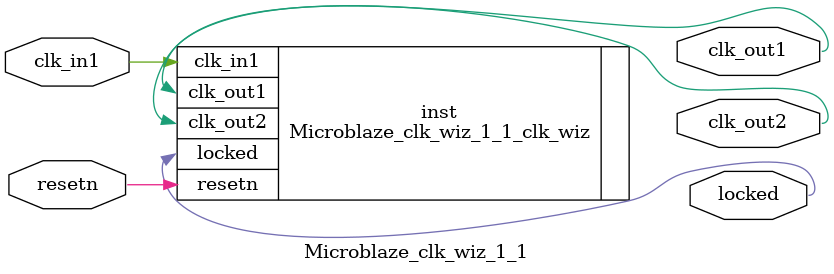
<source format=v>


`timescale 1ps/1ps

(* CORE_GENERATION_INFO = "Microblaze_clk_wiz_1_1,clk_wiz_v6_0_1_0_0,{component_name=Microblaze_clk_wiz_1_1,use_phase_alignment=true,use_min_o_jitter=false,use_max_i_jitter=false,use_dyn_phase_shift=false,use_inclk_switchover=false,use_dyn_reconfig=false,enable_axi=0,feedback_source=FDBK_AUTO,PRIMITIVE=MMCM,num_out_clk=2,clkin1_period=10.000,clkin2_period=10.000,use_power_down=false,use_reset=true,use_locked=true,use_inclk_stopped=false,feedback_type=SINGLE,CLOCK_MGR_TYPE=NA,manual_override=false}" *)

module Microblaze_clk_wiz_1_1 
 (
  // Clock out ports
  output        clk_out1,
  output        clk_out2,
  // Status and control signals
  input         resetn,
  output        locked,
 // Clock in ports
  input         clk_in1
 );

  Microblaze_clk_wiz_1_1_clk_wiz inst
  (
  // Clock out ports  
  .clk_out1(clk_out1),
  .clk_out2(clk_out2),
  // Status and control signals               
  .resetn(resetn), 
  .locked(locked),
 // Clock in ports
  .clk_in1(clk_in1)
  );

endmodule

</source>
